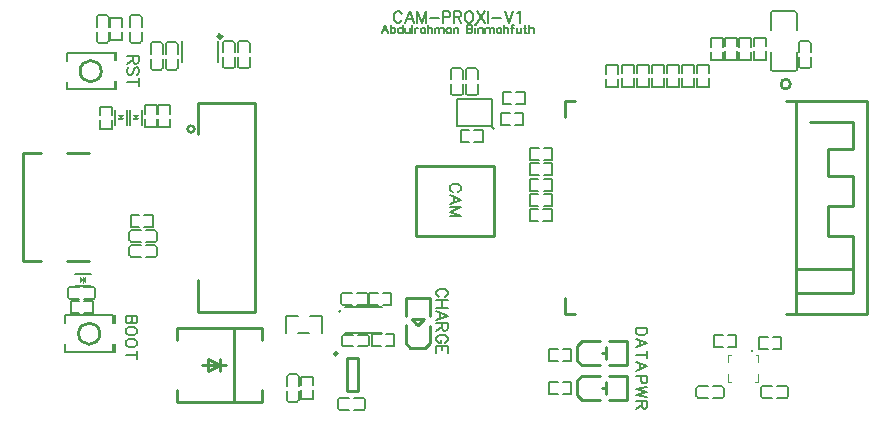
<source format=gto>
G04 Layer: TopSilkscreenLayer*
G04 EasyEDA v6.5.23, 2023-06-17 09:45:11*
G04 36c83109d75f48428eebd667f423d1d4,0a61cb7f7b51421fbede6d33e3e5ec82,10*
G04 Gerber Generator version 0.2*
G04 Scale: 100 percent, Rotated: No, Reflected: No *
G04 Dimensions in inches *
G04 leading zeros omitted , absolute positions ,3 integer and 6 decimal *
%FSLAX36Y36*%
%MOIN*%

%ADD10C,0.0080*%
%ADD11C,0.0060*%
%ADD12C,0.0039*%
%ADD13C,0.0079*%
%ADD14C,0.0100*%
%ADD15C,0.0051*%
%ADD16C,0.0098*%
%ADD17C,0.0059*%
%ADD18C,0.0118*%
%ADD19C,0.0191*%

%LPD*%
D10*
X2294700Y1505000D02*
G01*
X2257100Y1505000D01*
X2294700Y1505000D02*
G01*
X2294700Y1488899D01*
X2292899Y1483499D01*
X2291099Y1481700D01*
X2287600Y1479899D01*
X2282200Y1479899D01*
X2278599Y1481700D01*
X2276800Y1483499D01*
X2275000Y1488899D01*
X2275000Y1505000D01*
X2294700Y1468099D02*
G01*
X2257100Y1459200D01*
X2294700Y1450199D02*
G01*
X2257100Y1459200D01*
X2294700Y1450199D02*
G01*
X2257100Y1441300D01*
X2294700Y1432300D02*
G01*
X2257100Y1441300D01*
X2294700Y1420500D02*
G01*
X2257100Y1420500D01*
X2294700Y1420500D02*
G01*
X2294700Y1404400D01*
X2292899Y1399099D01*
X2291099Y1397300D01*
X2287600Y1395500D01*
X2283999Y1395500D01*
X2280399Y1397300D01*
X2278599Y1399099D01*
X2276800Y1404400D01*
X2276800Y1420500D01*
X2276800Y1408000D02*
G01*
X2257100Y1395500D01*
X2294700Y1665000D02*
G01*
X2257100Y1665000D01*
X2294700Y1665000D02*
G01*
X2294700Y1652500D01*
X2292899Y1647100D01*
X2289399Y1643499D01*
X2285799Y1641700D01*
X2280399Y1639899D01*
X2271499Y1639899D01*
X2266099Y1641700D01*
X2262500Y1643499D01*
X2258900Y1647100D01*
X2257100Y1652500D01*
X2257100Y1665000D01*
X2294700Y1613800D02*
G01*
X2257100Y1628099D01*
X2294700Y1613800D02*
G01*
X2257100Y1599499D01*
X2269700Y1622800D02*
G01*
X2269700Y1604899D01*
X2294700Y1575199D02*
G01*
X2257100Y1575199D01*
X2294700Y1587699D02*
G01*
X2294700Y1562600D01*
X2294700Y1536500D02*
G01*
X2257100Y1550799D01*
X2294700Y1536500D02*
G01*
X2257100Y1522199D01*
X2269700Y1545500D02*
G01*
X2269700Y1527600D01*
X1620799Y1768200D02*
G01*
X1624399Y1769899D01*
X1627899Y1773499D01*
X1629700Y1777100D01*
X1629700Y1784299D01*
X1627899Y1787800D01*
X1624399Y1791399D01*
X1620799Y1793200D01*
X1615399Y1795000D01*
X1606499Y1795000D01*
X1601099Y1793200D01*
X1597500Y1791399D01*
X1593900Y1787800D01*
X1592100Y1784299D01*
X1592100Y1777100D01*
X1593900Y1773499D01*
X1597500Y1769899D01*
X1601099Y1768200D01*
X1629700Y1756300D02*
G01*
X1592100Y1756300D01*
X1629700Y1731300D02*
G01*
X1592100Y1731300D01*
X1611800Y1756300D02*
G01*
X1611800Y1731300D01*
X1629700Y1705199D02*
G01*
X1592100Y1719499D01*
X1629700Y1705199D02*
G01*
X1592100Y1690799D01*
X1604700Y1714099D02*
G01*
X1604700Y1696199D01*
X1629700Y1679000D02*
G01*
X1592100Y1679000D01*
X1629700Y1679000D02*
G01*
X1629700Y1662899D01*
X1627899Y1657600D01*
X1626099Y1655799D01*
X1622600Y1654000D01*
X1618999Y1654000D01*
X1615399Y1655799D01*
X1613599Y1657600D01*
X1611800Y1662899D01*
X1611800Y1679000D01*
X1611800Y1666500D02*
G01*
X1592100Y1654000D01*
X1620799Y1615300D02*
G01*
X1624399Y1617100D01*
X1627899Y1620700D01*
X1629700Y1624299D01*
X1629700Y1631399D01*
X1627899Y1635000D01*
X1624399Y1638600D01*
X1620799Y1640399D01*
X1615399Y1642199D01*
X1606499Y1642199D01*
X1601099Y1640399D01*
X1597500Y1638600D01*
X1593900Y1635000D01*
X1592100Y1631399D01*
X1592100Y1624299D01*
X1593900Y1620700D01*
X1597500Y1617100D01*
X1601099Y1615300D01*
X1606499Y1615300D01*
X1606499Y1624299D02*
G01*
X1606499Y1615300D01*
X1629700Y1603499D02*
G01*
X1592100Y1603499D01*
X1629700Y1603499D02*
G01*
X1629700Y1580300D01*
X1611800Y1603499D02*
G01*
X1611800Y1589200D01*
X1592100Y1603499D02*
G01*
X1592100Y1580300D01*
X599699Y2570000D02*
G01*
X562100Y2570000D01*
X599699Y2570000D02*
G01*
X599699Y2553899D01*
X597899Y2548499D01*
X596100Y2546700D01*
X592600Y2544899D01*
X589000Y2544899D01*
X585399Y2546700D01*
X583600Y2548499D01*
X581799Y2553899D01*
X581799Y2570000D01*
X581799Y2557500D02*
G01*
X562100Y2544899D01*
X594400Y2508099D02*
G01*
X597899Y2511700D01*
X599699Y2516999D01*
X599699Y2524200D01*
X597899Y2529600D01*
X594400Y2533099D01*
X590799Y2533099D01*
X587199Y2531300D01*
X585399Y2529600D01*
X583600Y2525999D01*
X580000Y2515200D01*
X578299Y2511700D01*
X576500Y2509899D01*
X572899Y2508099D01*
X567500Y2508099D01*
X563899Y2511700D01*
X562100Y2516999D01*
X562100Y2524200D01*
X563899Y2529600D01*
X567500Y2533099D01*
X599699Y2483699D02*
G01*
X562100Y2483699D01*
X599699Y2496300D02*
G01*
X599699Y2471199D01*
X594699Y1705000D02*
G01*
X557100Y1705000D01*
X594699Y1705000D02*
G01*
X594699Y1688899D01*
X592899Y1683499D01*
X591100Y1681700D01*
X587600Y1679899D01*
X584000Y1679899D01*
X580399Y1681700D01*
X578600Y1683499D01*
X576799Y1688899D01*
X576799Y1705000D02*
G01*
X576799Y1688899D01*
X575000Y1683499D01*
X573299Y1681700D01*
X569699Y1679899D01*
X564299Y1679899D01*
X560700Y1681700D01*
X558899Y1683499D01*
X557100Y1688899D01*
X557100Y1705000D01*
X594699Y1657399D02*
G01*
X592899Y1660999D01*
X589400Y1664600D01*
X585799Y1666300D01*
X580399Y1668099D01*
X571500Y1668099D01*
X566100Y1666300D01*
X562500Y1664600D01*
X558899Y1660999D01*
X557100Y1657399D01*
X557100Y1650199D01*
X558899Y1646700D01*
X562500Y1643099D01*
X566100Y1641300D01*
X571500Y1639499D01*
X580399Y1639499D01*
X585799Y1641300D01*
X589400Y1643099D01*
X592899Y1646700D01*
X594699Y1650199D01*
X594699Y1657399D01*
X594699Y1616999D02*
G01*
X592899Y1620500D01*
X589400Y1624099D01*
X585799Y1625900D01*
X580399Y1627699D01*
X571500Y1627699D01*
X566100Y1625900D01*
X562500Y1624099D01*
X558899Y1620500D01*
X557100Y1616999D01*
X557100Y1609800D01*
X558899Y1606199D01*
X562500Y1602600D01*
X566100Y1600799D01*
X571500Y1599099D01*
X580399Y1599099D01*
X585799Y1600799D01*
X589400Y1602600D01*
X592899Y1606199D01*
X594699Y1609800D01*
X594699Y1616999D01*
X594699Y1574699D02*
G01*
X557100Y1574699D01*
X594699Y1587199D02*
G01*
X594699Y1562199D01*
X1665799Y2118200D02*
G01*
X1669399Y2119899D01*
X1672899Y2123499D01*
X1674700Y2127100D01*
X1674700Y2134299D01*
X1672899Y2137800D01*
X1669399Y2141399D01*
X1665799Y2143200D01*
X1660399Y2145000D01*
X1651499Y2145000D01*
X1646099Y2143200D01*
X1642500Y2141399D01*
X1638900Y2137800D01*
X1637100Y2134299D01*
X1637100Y2127100D01*
X1638900Y2123499D01*
X1642500Y2119899D01*
X1646099Y2118200D01*
X1674700Y2091999D02*
G01*
X1637100Y2106300D01*
X1674700Y2091999D02*
G01*
X1637100Y2077699D01*
X1649700Y2100999D02*
G01*
X1649700Y2083099D01*
X1674700Y2065900D02*
G01*
X1637100Y2065900D01*
X1674700Y2065900D02*
G01*
X1637100Y2051599D01*
X1674700Y2037300D02*
G01*
X1637100Y2051599D01*
X1674700Y2037300D02*
G01*
X1637100Y2037300D01*
X1476800Y2710799D02*
G01*
X1475100Y2714400D01*
X1471499Y2717899D01*
X1467899Y2719699D01*
X1460699Y2719699D01*
X1457200Y2717899D01*
X1453599Y2714400D01*
X1451800Y2710799D01*
X1450000Y2705399D01*
X1450000Y2696500D01*
X1451800Y2691100D01*
X1453599Y2687500D01*
X1457200Y2683899D01*
X1460699Y2682100D01*
X1467899Y2682100D01*
X1471499Y2683899D01*
X1475100Y2687500D01*
X1476800Y2691100D01*
X1503000Y2719699D02*
G01*
X1488699Y2682100D01*
X1503000Y2719699D02*
G01*
X1517299Y2682100D01*
X1493999Y2694699D02*
G01*
X1511899Y2694699D01*
X1529099Y2719699D02*
G01*
X1529099Y2682100D01*
X1529099Y2719699D02*
G01*
X1543400Y2682100D01*
X1557700Y2719699D02*
G01*
X1543400Y2682100D01*
X1557700Y2719699D02*
G01*
X1557700Y2682100D01*
X1569499Y2698299D02*
G01*
X1601800Y2698299D01*
X1613599Y2719699D02*
G01*
X1613599Y2682100D01*
X1613599Y2719699D02*
G01*
X1629700Y2719699D01*
X1635000Y2717899D01*
X1636800Y2716100D01*
X1638599Y2712600D01*
X1638599Y2707199D01*
X1636800Y2703600D01*
X1635000Y2701799D01*
X1629700Y2700000D01*
X1613599Y2700000D01*
X1650399Y2719699D02*
G01*
X1650399Y2682100D01*
X1650399Y2719699D02*
G01*
X1666499Y2719699D01*
X1671899Y2717899D01*
X1673699Y2716100D01*
X1675500Y2712600D01*
X1675500Y2709000D01*
X1673699Y2705399D01*
X1671899Y2703600D01*
X1666499Y2701799D01*
X1650399Y2701799D01*
X1663000Y2701799D02*
G01*
X1675500Y2682100D01*
X1698000Y2719699D02*
G01*
X1694499Y2717899D01*
X1690900Y2714400D01*
X1689099Y2710799D01*
X1687299Y2705399D01*
X1687299Y2696500D01*
X1689099Y2691100D01*
X1690900Y2687500D01*
X1694499Y2683899D01*
X1698000Y2682100D01*
X1705200Y2682100D01*
X1708800Y2683899D01*
X1712299Y2687500D01*
X1714099Y2691100D01*
X1715900Y2696500D01*
X1715900Y2705399D01*
X1714099Y2710799D01*
X1712299Y2714400D01*
X1708800Y2717899D01*
X1705200Y2719699D01*
X1698000Y2719699D01*
X1727700Y2719699D02*
G01*
X1752799Y2682100D01*
X1752799Y2719699D02*
G01*
X1727700Y2682100D01*
X1764600Y2719699D02*
G01*
X1764600Y2682100D01*
X1776400Y2698299D02*
G01*
X1808599Y2698299D01*
X1820399Y2719699D02*
G01*
X1834799Y2682100D01*
X1849099Y2719699D02*
G01*
X1834799Y2682100D01*
X1860900Y2712600D02*
G01*
X1864499Y2714400D01*
X1869799Y2719699D01*
X1869799Y2682100D01*
X1420500Y2674299D02*
G01*
X1410000Y2646599D01*
X1420500Y2674299D02*
G01*
X1431099Y2646599D01*
X1413999Y2655799D02*
G01*
X1427100Y2655799D01*
X1439799Y2674299D02*
G01*
X1439799Y2646599D01*
X1439799Y2661100D02*
G01*
X1442399Y2663699D01*
X1445100Y2665000D01*
X1448999Y2665000D01*
X1451700Y2663699D01*
X1454300Y2661100D01*
X1455600Y2657100D01*
X1455600Y2654499D01*
X1454300Y2650500D01*
X1451700Y2647899D01*
X1448999Y2646599D01*
X1445100Y2646599D01*
X1442399Y2647899D01*
X1439799Y2650500D01*
X1480100Y2674299D02*
G01*
X1480100Y2646599D01*
X1480100Y2661100D02*
G01*
X1477500Y2663699D01*
X1474899Y2665000D01*
X1470900Y2665000D01*
X1468299Y2663699D01*
X1465600Y2661100D01*
X1464300Y2657100D01*
X1464300Y2654499D01*
X1465600Y2650500D01*
X1468299Y2647899D01*
X1470900Y2646599D01*
X1474899Y2646599D01*
X1477500Y2647899D01*
X1480100Y2650500D01*
X1488800Y2665000D02*
G01*
X1488800Y2651900D01*
X1490100Y2647899D01*
X1492799Y2646599D01*
X1496700Y2646599D01*
X1499399Y2647899D01*
X1503299Y2651900D01*
X1503299Y2665000D02*
G01*
X1503299Y2646599D01*
X1511999Y2674299D02*
G01*
X1511999Y2646599D01*
X1520699Y2665000D02*
G01*
X1520699Y2646599D01*
X1520699Y2657100D02*
G01*
X1521999Y2661100D01*
X1524700Y2663699D01*
X1527299Y2665000D01*
X1531300Y2665000D01*
X1555799Y2665000D02*
G01*
X1555799Y2646599D01*
X1555799Y2661100D02*
G01*
X1553199Y2663699D01*
X1550500Y2665000D01*
X1546599Y2665000D01*
X1543900Y2663699D01*
X1541300Y2661100D01*
X1540000Y2657100D01*
X1540000Y2654499D01*
X1541300Y2650500D01*
X1543900Y2647899D01*
X1546599Y2646599D01*
X1550500Y2646599D01*
X1553199Y2647899D01*
X1555799Y2650500D01*
X1564499Y2674299D02*
G01*
X1564499Y2646599D01*
X1564499Y2659800D02*
G01*
X1568400Y2663699D01*
X1571099Y2665000D01*
X1575000Y2665000D01*
X1577700Y2663699D01*
X1578999Y2659800D01*
X1578999Y2646599D01*
X1587700Y2665000D02*
G01*
X1587700Y2646599D01*
X1587700Y2659800D02*
G01*
X1591599Y2663699D01*
X1594300Y2665000D01*
X1598199Y2665000D01*
X1600900Y2663699D01*
X1602200Y2659800D01*
X1602200Y2646599D01*
X1602200Y2659800D02*
G01*
X1606099Y2663699D01*
X1608800Y2665000D01*
X1612700Y2665000D01*
X1615399Y2663699D01*
X1616700Y2659800D01*
X1616700Y2646599D01*
X1641199Y2665000D02*
G01*
X1641199Y2646599D01*
X1641199Y2661100D02*
G01*
X1638599Y2663699D01*
X1635900Y2665000D01*
X1631999Y2665000D01*
X1629300Y2663699D01*
X1626700Y2661100D01*
X1625399Y2657100D01*
X1625399Y2654499D01*
X1626700Y2650500D01*
X1629300Y2647899D01*
X1631999Y2646599D01*
X1635900Y2646599D01*
X1638599Y2647899D01*
X1641199Y2650500D01*
X1649899Y2665000D02*
G01*
X1649899Y2646599D01*
X1649899Y2659800D02*
G01*
X1653900Y2663699D01*
X1656499Y2665000D01*
X1660500Y2665000D01*
X1663100Y2663699D01*
X1664399Y2659800D01*
X1664399Y2646599D01*
X1693400Y2674299D02*
G01*
X1693400Y2646599D01*
X1693400Y2674299D02*
G01*
X1705299Y2674299D01*
X1709200Y2672899D01*
X1710500Y2671599D01*
X1711899Y2669000D01*
X1711899Y2666399D01*
X1710500Y2663699D01*
X1709200Y2662399D01*
X1705299Y2661100D01*
X1693400Y2661100D02*
G01*
X1705299Y2661100D01*
X1709200Y2659800D01*
X1710500Y2658400D01*
X1711899Y2655799D01*
X1711899Y2651900D01*
X1710500Y2649200D01*
X1709200Y2647899D01*
X1705299Y2646599D01*
X1693400Y2646599D01*
X1720600Y2674299D02*
G01*
X1721899Y2672899D01*
X1723199Y2674299D01*
X1721899Y2675599D01*
X1720600Y2674299D01*
X1721899Y2665000D02*
G01*
X1721899Y2646599D01*
X1731899Y2665000D02*
G01*
X1731899Y2646599D01*
X1731899Y2659800D02*
G01*
X1735900Y2663699D01*
X1738500Y2665000D01*
X1742399Y2665000D01*
X1745100Y2663699D01*
X1746400Y2659800D01*
X1746400Y2646599D01*
X1755100Y2665000D02*
G01*
X1755100Y2646599D01*
X1755100Y2659800D02*
G01*
X1759099Y2663699D01*
X1761700Y2665000D01*
X1765600Y2665000D01*
X1768299Y2663699D01*
X1769600Y2659800D01*
X1769600Y2646599D01*
X1769600Y2659800D02*
G01*
X1773599Y2663699D01*
X1776199Y2665000D01*
X1780100Y2665000D01*
X1782799Y2663699D01*
X1784099Y2659800D01*
X1784099Y2646599D01*
X1808599Y2665000D02*
G01*
X1808599Y2646599D01*
X1808599Y2661100D02*
G01*
X1806000Y2663699D01*
X1803299Y2665000D01*
X1799399Y2665000D01*
X1796800Y2663699D01*
X1794099Y2661100D01*
X1792799Y2657100D01*
X1792799Y2654499D01*
X1794099Y2650500D01*
X1796800Y2647899D01*
X1799399Y2646599D01*
X1803299Y2646599D01*
X1806000Y2647899D01*
X1808599Y2650500D01*
X1817299Y2674299D02*
G01*
X1817299Y2646599D01*
X1817299Y2659800D02*
G01*
X1821300Y2663699D01*
X1823900Y2665000D01*
X1827899Y2665000D01*
X1830500Y2663699D01*
X1831800Y2659800D01*
X1831800Y2646599D01*
X1851099Y2674299D02*
G01*
X1848400Y2674299D01*
X1845799Y2672899D01*
X1844499Y2669000D01*
X1844499Y2646599D01*
X1840500Y2665000D02*
G01*
X1849700Y2665000D01*
X1859799Y2665000D02*
G01*
X1859799Y2651900D01*
X1861099Y2647899D01*
X1863699Y2646599D01*
X1867700Y2646599D01*
X1870299Y2647899D01*
X1874300Y2651900D01*
X1874300Y2665000D02*
G01*
X1874300Y2646599D01*
X1886899Y2674299D02*
G01*
X1886899Y2651900D01*
X1888199Y2647899D01*
X1890900Y2646599D01*
X1893500Y2646599D01*
X1883000Y2665000D02*
G01*
X1892200Y2665000D01*
X1902200Y2674299D02*
G01*
X1902200Y2646599D01*
X1902200Y2659800D02*
G01*
X1906199Y2663699D01*
X1908800Y2665000D01*
X1912799Y2665000D01*
X1915399Y2663699D01*
X1916700Y2659800D01*
X1916700Y2646599D01*
G36*
X540000Y2365000D02*
G01*
X529000Y2356000D01*
X551000Y2356000D01*
G37*
G36*
X529000Y2374000D02*
G01*
X540000Y2365000D01*
X551000Y2374000D01*
G37*
G36*
X590000Y2365000D02*
G01*
X579000Y2356000D01*
X601000Y2356000D01*
G37*
G36*
X579000Y2374000D02*
G01*
X590000Y2365000D01*
X601000Y2374000D01*
G37*
G36*
X424000Y1836000D02*
G01*
X415000Y1825000D01*
X424000Y1814000D01*
G37*
G36*
X406000Y1836000D02*
G01*
X406000Y1814000D01*
X415000Y1825000D01*
G37*
G36*
X516780Y2487220D02*
G01*
X516780Y2456320D01*
X528780Y2456320D01*
X528780Y2487220D01*
G37*
G36*
X516780Y2583680D02*
G01*
X516780Y2552780D01*
X528780Y2552780D01*
X528780Y2583680D01*
G37*
G36*
X511780Y1612220D02*
G01*
X511780Y1581320D01*
X523780Y1581320D01*
X523780Y1612220D01*
G37*
G36*
X511780Y1708680D02*
G01*
X511780Y1677780D01*
X523780Y1677780D01*
X523780Y1708680D01*
G37*
D11*
X2679988Y1469630D02*
G01*
X2711094Y1469630D01*
X2728905Y1430369D02*
G01*
X2760011Y1430369D01*
X2760011Y1469630D02*
G01*
X2728905Y1469630D01*
X2766012Y1436370D02*
G01*
X2766012Y1463629D01*
X2711094Y1430369D02*
G01*
X2679988Y1430369D01*
X2673987Y1436370D02*
G01*
X2673987Y1463629D01*
X1729629Y2444987D02*
G01*
X1729629Y2476093D01*
X1690370Y2476093D02*
G01*
X1690370Y2444987D01*
X1696369Y2438987D02*
G01*
X1723630Y2438987D01*
X1729629Y2525012D02*
G01*
X1729629Y2493906D01*
X1690370Y2493906D02*
G01*
X1690370Y2525012D01*
X1696369Y2531012D02*
G01*
X1723630Y2531012D01*
X1679629Y2444987D02*
G01*
X1679629Y2476093D01*
X1640370Y2476093D02*
G01*
X1640370Y2444987D01*
X1646369Y2438987D02*
G01*
X1673630Y2438987D01*
X1679629Y2525012D02*
G01*
X1679629Y2493906D01*
X1640370Y2493906D02*
G01*
X1640370Y2525012D01*
X1646369Y2531012D02*
G01*
X1673630Y2531012D01*
X1718905Y2324630D02*
G01*
X1747174Y2324630D01*
X1747174Y2285369D01*
X1718905Y2285369D01*
X1701094Y2324630D02*
G01*
X1672825Y2324630D01*
X1672825Y2285369D01*
X1701094Y2285369D01*
X1841094Y2410369D02*
G01*
X1812825Y2410369D01*
X1812825Y2449630D01*
X1841094Y2449630D01*
X1858905Y2410369D02*
G01*
X1887174Y2410369D01*
X1887174Y2449630D01*
X1858905Y2449630D01*
X1836094Y2340369D02*
G01*
X1807825Y2340369D01*
X1807825Y2379630D01*
X1836094Y2379630D01*
X1853905Y2340369D02*
G01*
X1882174Y2340369D01*
X1882174Y2379630D01*
X1853905Y2379630D01*
D12*
X2665000Y1550000D02*
G01*
X2665000Y1575000D01*
X2656107Y1575000D01*
X2655000Y1485000D02*
G01*
X2665000Y1485000D01*
X2665000Y1510000D01*
X2565000Y1550000D02*
G01*
X2565000Y1575000D01*
X2575000Y1575000D01*
X2575000Y1485000D02*
G01*
X2565000Y1485000D01*
X2565000Y1510000D01*
D13*
X1771199Y2427199D02*
G01*
X1779099Y2427199D01*
X1779099Y2427199D01*
X1779099Y2336700D01*
X1660000Y2336700D01*
X1660000Y2427199D01*
X1664899Y2427199D01*
X1779099Y2427199D01*
X1779099Y2427199D01*
X1779099Y2419400D01*
X1785114Y2328816D02*
G01*
X1775114Y2338816D01*
D11*
X2545011Y1430369D02*
G01*
X2513905Y1430369D01*
X2496094Y1469630D02*
G01*
X2464988Y1469630D01*
X2464988Y1430369D02*
G01*
X2496094Y1430369D01*
X2458987Y1463629D02*
G01*
X2458987Y1436370D01*
X2513905Y1469630D02*
G01*
X2545011Y1469630D01*
X2551012Y1463629D02*
G01*
X2551012Y1436370D01*
X2696094Y1595369D02*
G01*
X2667825Y1595369D01*
X2667825Y1634630D01*
X2696094Y1634630D01*
X2713905Y1595369D02*
G01*
X2742174Y1595369D01*
X2742174Y1634630D01*
X2713905Y1634630D01*
X2563905Y1639630D02*
G01*
X2592174Y1639630D01*
X2592174Y1600369D01*
X2563905Y1600369D01*
X2546094Y1639630D02*
G01*
X2517825Y1639630D01*
X2517825Y1600369D01*
X2546094Y1600369D01*
X369987Y1799630D02*
G01*
X401093Y1799630D01*
X418906Y1760369D02*
G01*
X450012Y1760369D01*
X450012Y1799630D02*
G01*
X418906Y1799630D01*
X456012Y1766370D02*
G01*
X456012Y1793629D01*
X401093Y1760369D02*
G01*
X369987Y1760369D01*
X363987Y1766370D02*
G01*
X363987Y1793629D01*
X2839629Y2615012D02*
G01*
X2839629Y2583906D01*
X2800370Y2566093D02*
G01*
X2800370Y2534987D01*
X2839629Y2534987D02*
G01*
X2839629Y2566093D01*
X2806369Y2528987D02*
G01*
X2833630Y2528987D01*
X2800370Y2583906D02*
G01*
X2800370Y2615012D01*
X2806369Y2621012D02*
G01*
X2833630Y2621012D01*
X574987Y1989630D02*
G01*
X606093Y1989630D01*
X623906Y1950369D02*
G01*
X655012Y1950369D01*
X655012Y1989630D02*
G01*
X623906Y1989630D01*
X661012Y1956370D02*
G01*
X661012Y1983629D01*
X606093Y1950369D02*
G01*
X574987Y1950369D01*
X568987Y1956370D02*
G01*
X568987Y1983629D01*
X969629Y2615012D02*
G01*
X969629Y2583906D01*
X930370Y2566093D02*
G01*
X930370Y2534987D01*
X969629Y2534987D02*
G01*
X969629Y2566093D01*
X936369Y2528987D02*
G01*
X963630Y2528987D01*
X930370Y2583906D02*
G01*
X930370Y2615012D01*
X936369Y2621012D02*
G01*
X963630Y2621012D01*
X499630Y2700012D02*
G01*
X499630Y2668906D01*
X460369Y2651093D02*
G01*
X460369Y2619987D01*
X499630Y2619987D02*
G01*
X499630Y2651093D01*
X466370Y2613987D02*
G01*
X493629Y2613987D01*
X460369Y2668906D02*
G01*
X460369Y2700012D01*
X466370Y2706012D02*
G01*
X493629Y2706012D01*
X1279988Y1740369D02*
G01*
X1311094Y1740369D01*
X1311094Y1779630D02*
G01*
X1279988Y1779630D01*
X1273987Y1773629D02*
G01*
X1273987Y1746370D01*
X1360011Y1740369D02*
G01*
X1328905Y1740369D01*
X1328905Y1779630D02*
G01*
X1360011Y1779630D01*
X1366012Y1773629D02*
G01*
X1366012Y1746370D01*
X1282527Y1602766D02*
G01*
X1313632Y1602766D01*
X1313632Y1642026D02*
G01*
X1282527Y1642026D01*
X1276526Y1636026D02*
G01*
X1276526Y1608766D01*
X1362551Y1602766D02*
G01*
X1331445Y1602766D01*
X1331445Y1642026D02*
G01*
X1362551Y1642026D01*
X1368550Y1636026D02*
G01*
X1368550Y1608766D01*
X919629Y2534987D02*
G01*
X919629Y2566093D01*
X880370Y2566093D02*
G01*
X880370Y2534987D01*
X886369Y2528987D02*
G01*
X913630Y2528987D01*
X919629Y2615012D02*
G01*
X919629Y2583906D01*
X880370Y2583906D02*
G01*
X880370Y2615012D01*
X886369Y2621012D02*
G01*
X913630Y2621012D01*
X729630Y2529987D02*
G01*
X729630Y2561093D01*
X690369Y2561093D02*
G01*
X690369Y2529987D01*
X696370Y2523987D02*
G01*
X723629Y2523987D01*
X729630Y2610012D02*
G01*
X729630Y2578906D01*
X690369Y2578906D02*
G01*
X690369Y2610012D01*
X696370Y2616012D02*
G01*
X723629Y2616012D01*
X609630Y2619987D02*
G01*
X609630Y2651093D01*
X570369Y2651093D02*
G01*
X570369Y2619987D01*
X576370Y2613987D02*
G01*
X603629Y2613987D01*
X609630Y2700012D02*
G01*
X609630Y2668906D01*
X570369Y2668906D02*
G01*
X570369Y2700012D01*
X576370Y2706012D02*
G01*
X603629Y2706012D01*
X679630Y2529987D02*
G01*
X679630Y2561093D01*
X640369Y2561093D02*
G01*
X640369Y2529987D01*
X646370Y2523987D02*
G01*
X673629Y2523987D01*
X679630Y2610012D02*
G01*
X679630Y2578906D01*
X640369Y2578906D02*
G01*
X640369Y2610012D01*
X646370Y2616012D02*
G01*
X673629Y2616012D01*
X655012Y1939630D02*
G01*
X623906Y1939630D01*
X623906Y1900369D02*
G01*
X655012Y1900369D01*
X661012Y1906370D02*
G01*
X661012Y1933629D01*
X574987Y1939630D02*
G01*
X606093Y1939630D01*
X606093Y1900369D02*
G01*
X574987Y1900369D01*
X568987Y1906370D02*
G01*
X568987Y1933629D01*
X1093818Y1503317D02*
G01*
X1093818Y1472211D01*
X1133077Y1472211D02*
G01*
X1133077Y1503317D01*
X1127078Y1509317D02*
G01*
X1099817Y1509317D01*
X1093818Y1423292D02*
G01*
X1093818Y1454398D01*
X1133077Y1454398D02*
G01*
X1133077Y1423292D01*
X1127078Y1417292D02*
G01*
X1099817Y1417292D01*
X1350011Y1429630D02*
G01*
X1318905Y1429630D01*
X1318905Y1390369D02*
G01*
X1350011Y1390369D01*
X1356012Y1396370D02*
G01*
X1356012Y1423629D01*
X1269988Y1429630D02*
G01*
X1301094Y1429630D01*
X1301094Y1390369D02*
G01*
X1269988Y1390369D01*
X1263987Y1396370D02*
G01*
X1263987Y1423629D01*
X2793015Y2525070D02*
G01*
X2793015Y2583535D01*
X2706984Y2583535D02*
G01*
X2706984Y2525070D01*
X2712983Y2519070D02*
G01*
X2787016Y2519070D01*
X2793015Y2714929D02*
G01*
X2793015Y2656464D01*
X2706984Y2656464D02*
G01*
X2706984Y2714929D01*
X2712983Y2720929D02*
G01*
X2787016Y2720929D01*
D14*
X916922Y1417559D02*
G01*
X916922Y1662440D01*
X1011733Y1624297D02*
G01*
X1011733Y1662440D01*
X1011733Y1417559D02*
G01*
X1011733Y1455702D01*
X728269Y1624297D02*
G01*
X728269Y1662440D01*
X728269Y1417559D02*
G01*
X728269Y1455702D01*
X1011733Y1662440D02*
G01*
X728269Y1662440D01*
X1011733Y1417559D02*
G01*
X728269Y1417559D01*
X870001Y1540000D02*
G01*
X830001Y1560000D01*
X830001Y1560000D02*
G01*
X830001Y1520000D01*
X830001Y1520000D02*
G01*
X870001Y1540000D01*
X870001Y1540000D02*
G01*
X870001Y1560000D01*
X870001Y1560000D02*
G01*
X870001Y1520000D01*
X810001Y1540000D02*
G01*
X890001Y1540000D01*
D15*
X559684Y2390590D02*
G01*
X559684Y2339409D01*
X520315Y2390590D02*
G01*
X520315Y2339409D01*
D12*
X549000Y2365000D02*
G01*
X530000Y2365000D01*
D15*
X609684Y2390590D02*
G01*
X609684Y2339409D01*
X570315Y2390590D02*
G01*
X570315Y2339409D01*
D12*
X599000Y2365000D02*
G01*
X580000Y2365000D01*
D15*
X389409Y1844684D02*
G01*
X440590Y1844684D01*
X389409Y1805315D02*
G01*
X440590Y1805315D01*
D12*
X415000Y1834000D02*
G01*
X415000Y1815000D01*
D14*
X1510315Y1692874D02*
G01*
X1526063Y1677125D01*
X1530000Y1673189D01*
X1533946Y1677125D01*
X1549695Y1692874D01*
X1510315Y1692874D02*
G01*
X1549695Y1692874D01*
X1570050Y1702449D02*
G01*
X1570050Y1763449D01*
X1490050Y1763449D01*
X1490050Y1702449D01*
X1571049Y1671449D02*
G01*
X1571049Y1613449D01*
X1555050Y1597449D01*
X1505050Y1597449D01*
X1490050Y1612449D01*
X1490050Y1672449D01*
X2167449Y1424949D02*
G01*
X2228450Y1424949D01*
X2228450Y1504949D01*
X2167449Y1504949D01*
X2136450Y1423949D02*
G01*
X2078450Y1423949D01*
X2062449Y1439949D01*
X2062449Y1489949D01*
X2077449Y1504949D01*
X2137449Y1504949D01*
X2157874Y1484684D02*
G01*
X2157874Y1445304D01*
X2153940Y1465000D02*
G01*
X2143350Y1465000D01*
X2167449Y1539949D02*
G01*
X2228450Y1539949D01*
X2228450Y1619949D01*
X2167449Y1619949D01*
X2136450Y1538949D02*
G01*
X2078450Y1538949D01*
X2062449Y1554949D01*
X2062449Y1604949D01*
X2077449Y1619949D01*
X2137449Y1619949D01*
X2157874Y1599684D02*
G01*
X2157874Y1560304D01*
X2153940Y1580000D02*
G01*
X2143350Y1580000D01*
X797948Y2311017D02*
G01*
X797948Y2413379D01*
X986925Y2413379D01*
X986925Y1720464D01*
X986925Y1716806D02*
G01*
X797948Y1716806D01*
X797948Y1822827D01*
D11*
X601093Y2000369D02*
G01*
X572824Y2000369D01*
X572824Y2039630D01*
X601093Y2039630D01*
X618906Y2000369D02*
G01*
X647175Y2000369D01*
X647175Y2039630D01*
X618906Y2039630D01*
X470369Y2373906D02*
G01*
X470369Y2402175D01*
X509630Y2402175D01*
X509630Y2373906D01*
X470369Y2356093D02*
G01*
X470369Y2327824D01*
X509630Y2327824D01*
X509630Y2356093D01*
X544630Y2651093D02*
G01*
X544630Y2622824D01*
X505369Y2622824D01*
X505369Y2651093D01*
X544630Y2668906D02*
G01*
X544630Y2697175D01*
X505369Y2697175D01*
X505369Y2668906D01*
X2641740Y2584398D02*
G01*
X2641740Y2556129D01*
X2602479Y2556129D01*
X2602479Y2584398D01*
X2641740Y2602211D02*
G01*
X2641740Y2630479D01*
X2602479Y2630479D01*
X2602479Y2602211D01*
X2546740Y2584398D02*
G01*
X2546740Y2556129D01*
X2507479Y2556129D01*
X2507479Y2584398D01*
X2546740Y2602211D02*
G01*
X2546740Y2630479D01*
X2507479Y2630479D01*
X2507479Y2602211D01*
X2499629Y2496093D02*
G01*
X2499629Y2467824D01*
X2460370Y2467824D01*
X2460370Y2496093D01*
X2499629Y2513906D02*
G01*
X2499629Y2542175D01*
X2460370Y2542175D01*
X2460370Y2513906D01*
X2449629Y2496093D02*
G01*
X2449629Y2467824D01*
X2410370Y2467824D01*
X2410370Y2496093D01*
X2449629Y2513906D02*
G01*
X2449629Y2542175D01*
X2410370Y2542175D01*
X2410370Y2513906D01*
X2399629Y2496093D02*
G01*
X2399629Y2467824D01*
X2360370Y2467824D01*
X2360370Y2496093D01*
X2399629Y2513906D02*
G01*
X2399629Y2542175D01*
X2360370Y2542175D01*
X2360370Y2513906D01*
X1948905Y2059630D02*
G01*
X1977174Y2059630D01*
X1977174Y2020369D01*
X1948905Y2020369D01*
X1931094Y2059630D02*
G01*
X1902825Y2059630D01*
X1902825Y2020369D01*
X1931094Y2020369D01*
X1951015Y2212935D02*
G01*
X1979284Y2212935D01*
X1979284Y2173674D01*
X1951015Y2173674D01*
X1933203Y2212935D02*
G01*
X1904934Y2212935D01*
X1904934Y2173674D01*
X1933203Y2173674D01*
X1949906Y2160630D02*
G01*
X1978175Y2160630D01*
X1978175Y2121370D01*
X1949906Y2121370D01*
X1932093Y2160630D02*
G01*
X1903824Y2160630D01*
X1903824Y2121370D01*
X1932093Y2121370D01*
X1949906Y2110630D02*
G01*
X1978175Y2110630D01*
X1978175Y2071370D01*
X1949906Y2071370D01*
X1932093Y2110630D02*
G01*
X1903824Y2110630D01*
X1903824Y2071370D01*
X1932093Y2071370D01*
X2249629Y2496093D02*
G01*
X2249629Y2467824D01*
X2210370Y2467824D01*
X2210370Y2496093D01*
X2249629Y2513906D02*
G01*
X2249629Y2542175D01*
X2210370Y2542175D01*
X2210370Y2513906D01*
X2299629Y2496093D02*
G01*
X2299629Y2467824D01*
X2260370Y2467824D01*
X2260370Y2496093D01*
X2299629Y2513906D02*
G01*
X2299629Y2542175D01*
X2260370Y2542175D01*
X2260370Y2513906D01*
X2349629Y2496093D02*
G01*
X2349629Y2467824D01*
X2310370Y2467824D01*
X2310370Y2496093D01*
X2349629Y2513906D02*
G01*
X2349629Y2542175D01*
X2310370Y2542175D01*
X2310370Y2513906D01*
X1951015Y2262935D02*
G01*
X1979284Y2262935D01*
X1979284Y2223674D01*
X1951015Y2223674D01*
X1933203Y2262935D02*
G01*
X1904934Y2262935D01*
X1904934Y2223674D01*
X1933203Y2223674D01*
X2196740Y2494398D02*
G01*
X2196740Y2466129D01*
X2157479Y2466129D01*
X2157479Y2494398D01*
X2196740Y2512211D02*
G01*
X2196740Y2540479D01*
X2157479Y2540479D01*
X2157479Y2512211D01*
X2689629Y2586093D02*
G01*
X2689629Y2557824D01*
X2650370Y2557824D01*
X2650370Y2586093D01*
X2689629Y2603906D02*
G01*
X2689629Y2632175D01*
X2650370Y2632175D01*
X2650370Y2603906D01*
X2594629Y2586093D02*
G01*
X2594629Y2557824D01*
X2555370Y2557824D01*
X2555370Y2586093D01*
X2594629Y2603906D02*
G01*
X2594629Y2632175D01*
X2555370Y2632175D01*
X2555370Y2603906D01*
X1406094Y1605369D02*
G01*
X1377825Y1605369D01*
X1377825Y1644630D01*
X1406094Y1644630D01*
X1423905Y1605369D02*
G01*
X1452174Y1605369D01*
X1452174Y1644630D01*
X1423905Y1644630D01*
X1413905Y1779630D02*
G01*
X1442174Y1779630D01*
X1442174Y1740369D01*
X1413905Y1740369D01*
X1396094Y1779630D02*
G01*
X1367825Y1779630D01*
X1367825Y1740369D01*
X1396094Y1740369D01*
X620369Y2378906D02*
G01*
X620369Y2407175D01*
X659630Y2407175D01*
X659630Y2378906D01*
X620369Y2361093D02*
G01*
X620369Y2332824D01*
X659630Y2332824D01*
X659630Y2361093D01*
X665369Y2378906D02*
G01*
X665369Y2407175D01*
X704630Y2407175D01*
X704630Y2378906D01*
X665369Y2361093D02*
G01*
X665369Y2332824D01*
X704630Y2332824D01*
X704630Y2361093D01*
X401093Y1715369D02*
G01*
X372824Y1715369D01*
X372824Y1754630D01*
X401093Y1754630D01*
X418906Y1715369D02*
G01*
X447175Y1715369D01*
X447175Y1754630D01*
X418906Y1754630D01*
X1179629Y1456093D02*
G01*
X1179629Y1427824D01*
X1140370Y1427824D01*
X1140370Y1456093D01*
X1179629Y1473906D02*
G01*
X1179629Y1502175D01*
X1140370Y1502175D01*
X1140370Y1473906D01*
X1996094Y1445369D02*
G01*
X1967825Y1445369D01*
X1967825Y1484630D01*
X1996094Y1484630D01*
X2013905Y1445369D02*
G01*
X2042174Y1445369D01*
X2042174Y1484630D01*
X2013905Y1484630D01*
X1996094Y1555369D02*
G01*
X1967825Y1555369D01*
X1967825Y1594630D01*
X1996094Y1594630D01*
X2013905Y1555369D02*
G01*
X2042174Y1555369D01*
X2042174Y1594630D01*
X2013905Y1594630D01*
D14*
X2789575Y1779634D02*
G01*
X2981882Y1779634D01*
X2981882Y1867635D01*
X2789575Y1859634D02*
G01*
X2981882Y1859634D01*
X2981882Y1971925D01*
X2896882Y1971925D01*
X2896882Y2071925D01*
X2981882Y2071925D01*
X2981882Y2171925D01*
X2896882Y2171925D01*
X2896882Y2261925D01*
X2981882Y2261925D01*
X2981882Y2351925D01*
X2836882Y2351925D01*
X2789575Y2421255D02*
G01*
X2789575Y1711925D01*
X2758896Y1711925D02*
G01*
X3026882Y1711925D01*
X2021882Y1765108D02*
G01*
X2021882Y1711925D01*
X2055263Y1711925D01*
X2055263Y2421255D02*
G01*
X2021882Y2421255D01*
X2021882Y2368742D01*
X3027356Y2421255D02*
G01*
X2758896Y2421255D01*
X3027356Y1712593D02*
G01*
X3027356Y2421255D01*
D11*
X1287944Y1732370D02*
G01*
X1412055Y1732370D01*
X1287944Y1647629D02*
G01*
X1412055Y1647629D01*
X1210087Y1646408D02*
G01*
X1210087Y1703591D01*
X1169471Y1703591D01*
X1089912Y1646408D02*
G01*
X1089912Y1703591D01*
X1130528Y1703591D01*
X1167929Y1646408D02*
G01*
X1132070Y1646408D01*
D14*
X1293168Y1452435D02*
G01*
X1293168Y1562636D01*
X1293168Y1562636D02*
G01*
X1332569Y1562636D01*
X1332569Y1452435D01*
X1293168Y1452435D01*
D11*
X744402Y2620007D02*
G01*
X744402Y2549992D01*
X865598Y2620007D02*
G01*
X865598Y2549992D01*
D14*
X361289Y1886925D02*
G01*
X435947Y1886925D01*
X275313Y2246925D02*
G01*
X213382Y2246925D01*
X213382Y1886925D01*
X275313Y1886925D01*
X435947Y2246925D02*
G01*
X361289Y2246925D01*
D11*
X519771Y2459322D02*
G01*
X360228Y2459322D01*
X360228Y2459322D02*
G01*
X360228Y2485228D01*
X519771Y2580677D02*
G01*
X360228Y2580677D01*
X360228Y2580677D02*
G01*
X360228Y2554771D01*
X514771Y1584322D02*
G01*
X355228Y1584322D01*
X355228Y1584322D02*
G01*
X355228Y1610228D01*
X514771Y1705677D02*
G01*
X355228Y1705677D01*
X355228Y1705677D02*
G01*
X355228Y1679771D01*
G75*
G01*
X2760012Y1430370D02*
G03*
X2766012Y1436370I0J6000D01*
G75*
G01*
X2766012Y1463630D02*
G03*
X2760012Y1469630I-6000J0D01*
G75*
G01*
X2679988Y1430370D02*
G02*
X2673988Y1436370I0J6000D01*
G75*
G01*
X2673988Y1463630D02*
G02*
X2679988Y1469630I6000J0D01*
G75*
G01*
X1690370Y2444988D02*
G03*
X1696370Y2438988I6000J0D01*
G75*
G01*
X1723630Y2438988D02*
G03*
X1729630Y2444988I0J6000D01*
G75*
G01*
X1690370Y2525012D02*
G02*
X1696370Y2531012I6000J0D01*
G75*
G01*
X1723630Y2531012D02*
G02*
X1729630Y2525012I0J-6000D01*
G75*
G01*
X1640370Y2444988D02*
G03*
X1646370Y2438988I6000J0D01*
G75*
G01*
X1673630Y2438988D02*
G03*
X1679630Y2444988I0J6000D01*
G75*
G01*
X1640370Y2525012D02*
G02*
X1646370Y2531012I6000J0D01*
G75*
G01*
X1673630Y2531012D02*
G02*
X1679630Y2525012I0J-6000D01*
G75*
G01*
X2464988Y1469630D02*
G03*
X2458988Y1463630I0J-6000D01*
G75*
G01*
X2458988Y1436370D02*
G03*
X2464988Y1430370I6000J0D01*
G75*
G01*
X2545012Y1469630D02*
G02*
X2551012Y1463630I0J-6000D01*
G75*
G01*
X2551012Y1436370D02*
G02*
X2545012Y1430370I-6000J0D01*
G75*
G01*
X450012Y1760370D02*
G03*
X456012Y1766370I0J6000D01*
G75*
G01*
X456012Y1793630D02*
G03*
X450012Y1799630I-6000J0D01*
G75*
G01*
X369988Y1760370D02*
G02*
X363988Y1766370I0J6000D01*
G75*
G01*
X363988Y1793630D02*
G02*
X369988Y1799630I6000J0D01*
G75*
G01*
X2800370Y2534988D02*
G03*
X2806370Y2528988I6000J0D01*
G75*
G01*
X2833630Y2528988D02*
G03*
X2839630Y2534988I0J6000D01*
G75*
G01*
X2800370Y2615012D02*
G02*
X2806370Y2621012I6000J0D01*
G75*
G01*
X2833630Y2621012D02*
G02*
X2839630Y2615012I0J-6000D01*
G75*
G01*
X655012Y1950370D02*
G03*
X661012Y1956370I0J6000D01*
G75*
G01*
X661012Y1983630D02*
G03*
X655012Y1989630I-6000J0D01*
G75*
G01*
X574988Y1950370D02*
G02*
X568988Y1956370I0J6000D01*
G75*
G01*
X568988Y1983630D02*
G02*
X574988Y1989630I6000J0D01*
G75*
G01*
X930370Y2534988D02*
G03*
X936370Y2528988I6000J0D01*
G75*
G01*
X963630Y2528988D02*
G03*
X969630Y2534988I0J6000D01*
G75*
G01*
X930370Y2615012D02*
G02*
X936370Y2621012I6000J0D01*
G75*
G01*
X963630Y2621012D02*
G02*
X969630Y2615012I0J-6000D01*
G75*
G01*
X460370Y2619988D02*
G03*
X466370Y2613988I6000J0D01*
G75*
G01*
X493630Y2613988D02*
G03*
X499630Y2619988I0J6000D01*
G75*
G01*
X460370Y2700012D02*
G02*
X466370Y2706012I6000J0D01*
G75*
G01*
X493630Y2706012D02*
G02*
X499630Y2700012I0J-6000D01*
G75*
G01*
X1279988Y1779630D02*
G03*
X1273988Y1773630I0J-6000D01*
G75*
G01*
X1273988Y1746370D02*
G03*
X1279988Y1740370I6000J0D01*
G75*
G01*
X1360012Y1779630D02*
G02*
X1366012Y1773630I0J-6000D01*
G75*
G01*
X1366012Y1746370D02*
G02*
X1360012Y1740370I-6000J0D01*
G75*
G01*
X1282527Y1642026D02*
G03*
X1276527Y1636026I0J-6000D01*
G75*
G01*
X1276527Y1608766D02*
G03*
X1282527Y1602766I6000J0D01*
G75*
G01*
X1362551Y1642026D02*
G02*
X1368551Y1636026I0J-6000D01*
G75*
G01*
X1368551Y1608766D02*
G02*
X1362551Y1602766I-6000J0D01*
G75*
G01*
X880370Y2534988D02*
G03*
X886370Y2528988I6000J0D01*
G75*
G01*
X913630Y2528988D02*
G03*
X919630Y2534988I0J6000D01*
G75*
G01*
X880370Y2615012D02*
G02*
X886370Y2621012I6000J0D01*
G75*
G01*
X913630Y2621012D02*
G02*
X919630Y2615012I0J-6000D01*
G75*
G01*
X690370Y2529988D02*
G03*
X696370Y2523988I6000J0D01*
G75*
G01*
X723630Y2523988D02*
G03*
X729630Y2529988I0J6000D01*
G75*
G01*
X690370Y2610012D02*
G02*
X696370Y2616012I6000J0D01*
G75*
G01*
X723630Y2616012D02*
G02*
X729630Y2610012I0J-6000D01*
G75*
G01*
X570370Y2619988D02*
G03*
X576370Y2613988I6000J0D01*
G75*
G01*
X603630Y2613988D02*
G03*
X609630Y2619988I0J6000D01*
G75*
G01*
X570370Y2700012D02*
G02*
X576370Y2706012I6000J0D01*
G75*
G01*
X603630Y2706012D02*
G02*
X609630Y2700012I0J-6000D01*
G75*
G01*
X640370Y2529988D02*
G03*
X646370Y2523988I6000J0D01*
G75*
G01*
X673630Y2523988D02*
G03*
X679630Y2529988I0J6000D01*
G75*
G01*
X640370Y2610012D02*
G02*
X646370Y2616012I6000J0D01*
G75*
G01*
X673630Y2616012D02*
G02*
X679630Y2610012I0J-6000D01*
G75*
G01*
X655012Y1900370D02*
G03*
X661012Y1906370I0J6000D01*
G75*
G01*
X661012Y1933630D02*
G03*
X655012Y1939630I-6000J0D01*
G75*
G01*
X574988Y1900370D02*
G02*
X568988Y1906370I0J6000D01*
G75*
G01*
X568988Y1933630D02*
G02*
X574988Y1939630I6000J0D01*
G75*
G01*
X1133078Y1503317D02*
G03*
X1127078Y1509317I-6000J0D01*
G75*
G01*
X1099818Y1509317D02*
G03*
X1093818Y1503317I0J-6000D01*
G75*
G01*
X1133078Y1423293D02*
G02*
X1127078Y1417293I-6000J0D01*
G75*
G01*
X1099818Y1417293D02*
G02*
X1093818Y1423293I0J6000D01*
G75*
G01*
X1350012Y1390370D02*
G03*
X1356012Y1396370I0J6000D01*
G75*
G01*
X1356012Y1423630D02*
G03*
X1350012Y1429630I-6000J0D01*
G75*
G01*
X1269988Y1390370D02*
G02*
X1263988Y1396370I0J6000D01*
G75*
G01*
X1263988Y1423630D02*
G02*
X1269988Y1429630I6000J0D01*
G75*
G01*
X2706984Y2525071D02*
G03*
X2712984Y2519071I6000J0D01*
G75*
G01*
X2787016Y2519071D02*
G03*
X2793016Y2525071I0J6000D01*
G75*
G01*
X2706984Y2714929D02*
G02*
X2712984Y2720929I6000J0D01*
G75*
G01*
X2787016Y2720929D02*
G02*
X2793016Y2714929I0J-6000D01*
D16*
G75*
G01*
X1252969Y1578085D02*
G02*
X1252969Y1577985I4900J-50D01*
D17*
G75*
G01
X2647480Y1587380D02*
G03X2647480Y1587380I-2950J0D01*
D14*
G75*
G01
X785470Y2326760D02*
G03X785470Y2326760I-11140J0D01*
G75*
G01
X2772700Y2476920D02*
G03X2772700Y2476920I-15810J0D01*
D17*
G75*
G01
X1272630Y1719530D02*
G03X1272630Y1719530I-2950J0D01*
D18*
G75*
G01
X876590Y2636240D02*
G03X876590Y2636240I-5910J0D01*
D14*
G75*
G01
X475430Y2520000D02*
G03X475430Y2520000I-35430J0D01*
G75*
G01
X470430Y1645000D02*
G03X470430Y1645000I-35430J0D01*
X1525000Y2205000D02*
G01*
X1785000Y2205000D01*
X1785000Y1970000D01*
X1525000Y1970000D01*
X1525000Y2205000D01*
M02*

</source>
